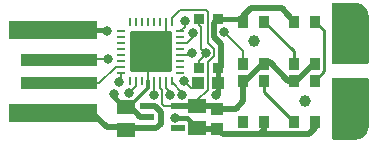
<source format=gbr>
G04 EAGLE Gerber RS-274X export*
G75*
%MOMM*%
%FSLAX34Y34*%
%LPD*%
%INTop Copper*%
%IPPOS*%
%AMOC8*
5,1,8,0,0,1.08239X$1,22.5*%
G01*
%ADD10R,7.500000X1.500000*%
%ADD11R,6.500000X1.000000*%
%ADD12C,1.000000*%
%ADD13R,1.500000X1.240000*%
%ADD14R,0.900000X0.900000*%
%ADD15C,0.350000*%
%ADD16R,0.800000X0.250000*%
%ADD17R,0.250000X0.800000*%
%ADD18R,1.000000X1.075000*%
%ADD19R,1.200000X0.550000*%
%ADD20R,1.075000X1.000000*%
%ADD21R,0.850000X1.000000*%
%ADD22C,0.508000*%
%ADD23C,0.177800*%
%ADD24C,0.406400*%
%ADD25C,0.806400*%
%ADD26C,0.304800*%
%ADD27C,0.254000*%

G36*
X253960Y-57784D02*
X253960Y-57784D01*
X253980Y-57782D01*
X254084Y-57778D01*
X255975Y-57592D01*
X256078Y-57568D01*
X256184Y-57554D01*
X256264Y-57526D01*
X256285Y-57521D01*
X256299Y-57514D01*
X256336Y-57501D01*
X259829Y-56055D01*
X259837Y-56050D01*
X259846Y-56047D01*
X259975Y-55971D01*
X260105Y-55897D01*
X260112Y-55891D01*
X260120Y-55886D01*
X260241Y-55779D01*
X262914Y-53106D01*
X262920Y-53099D01*
X262927Y-53093D01*
X263017Y-52974D01*
X263109Y-52855D01*
X263113Y-52846D01*
X263119Y-52839D01*
X263190Y-52694D01*
X264636Y-49201D01*
X264665Y-49099D01*
X264701Y-48999D01*
X264715Y-48915D01*
X264720Y-48894D01*
X264721Y-48879D01*
X264727Y-48840D01*
X264913Y-46949D01*
X264913Y-46930D01*
X264919Y-46825D01*
X264919Y-6985D01*
X264904Y-6867D01*
X264897Y-6748D01*
X264884Y-6710D01*
X264879Y-6669D01*
X264836Y-6559D01*
X264799Y-6446D01*
X264777Y-6411D01*
X264762Y-6374D01*
X264693Y-6278D01*
X264629Y-6177D01*
X264599Y-6149D01*
X264576Y-6116D01*
X264484Y-6041D01*
X264397Y-5959D01*
X264362Y-5939D01*
X264331Y-5914D01*
X264223Y-5863D01*
X264119Y-5805D01*
X264079Y-5795D01*
X264043Y-5778D01*
X263926Y-5756D01*
X263811Y-5726D01*
X263751Y-5722D01*
X263731Y-5718D01*
X263710Y-5720D01*
X263650Y-5716D01*
X234950Y-5716D01*
X234832Y-5731D01*
X234713Y-5738D01*
X234675Y-5751D01*
X234634Y-5756D01*
X234524Y-5799D01*
X234411Y-5836D01*
X234376Y-5858D01*
X234339Y-5873D01*
X234243Y-5943D01*
X234142Y-6006D01*
X234114Y-6036D01*
X234081Y-6059D01*
X234006Y-6151D01*
X233924Y-6238D01*
X233904Y-6273D01*
X233879Y-6304D01*
X233828Y-6412D01*
X233770Y-6516D01*
X233760Y-6556D01*
X233743Y-6592D01*
X233721Y-6709D01*
X233691Y-6824D01*
X233687Y-6885D01*
X233683Y-6905D01*
X233685Y-6925D01*
X233684Y-6928D01*
X233683Y-6934D01*
X233684Y-6939D01*
X233681Y-6985D01*
X233681Y-56515D01*
X233696Y-56633D01*
X233703Y-56752D01*
X233716Y-56790D01*
X233721Y-56831D01*
X233764Y-56941D01*
X233801Y-57054D01*
X233823Y-57089D01*
X233838Y-57126D01*
X233908Y-57222D01*
X233971Y-57323D01*
X234001Y-57351D01*
X234024Y-57384D01*
X234116Y-57460D01*
X234203Y-57541D01*
X234238Y-57561D01*
X234269Y-57586D01*
X234377Y-57637D01*
X234481Y-57695D01*
X234521Y-57705D01*
X234557Y-57722D01*
X234674Y-57744D01*
X234789Y-57774D01*
X234850Y-57778D01*
X234870Y-57782D01*
X234890Y-57780D01*
X234950Y-57784D01*
X253960Y-57784D01*
X253960Y-57784D01*
G37*
G36*
X263768Y6366D02*
X263768Y6366D01*
X263887Y6373D01*
X263925Y6386D01*
X263966Y6391D01*
X264076Y6434D01*
X264189Y6471D01*
X264224Y6493D01*
X264261Y6508D01*
X264357Y6578D01*
X264458Y6641D01*
X264486Y6671D01*
X264519Y6694D01*
X264595Y6786D01*
X264676Y6873D01*
X264696Y6908D01*
X264721Y6939D01*
X264772Y7047D01*
X264830Y7151D01*
X264840Y7191D01*
X264857Y7227D01*
X264879Y7344D01*
X264909Y7459D01*
X264913Y7520D01*
X264917Y7540D01*
X264915Y7560D01*
X264919Y7620D01*
X264919Y46824D01*
X264917Y46844D01*
X264913Y46949D01*
X264727Y48839D01*
X264703Y48943D01*
X264688Y49048D01*
X264661Y49128D01*
X264656Y49149D01*
X264649Y49163D01*
X264636Y49200D01*
X263189Y52694D01*
X263185Y52702D01*
X263182Y52711D01*
X263106Y52840D01*
X263032Y52970D01*
X263025Y52977D01*
X263021Y52985D01*
X262914Y53106D01*
X260241Y55779D01*
X260233Y55785D01*
X260227Y55792D01*
X260108Y55882D01*
X259989Y55974D01*
X259981Y55978D01*
X259973Y55984D01*
X259829Y56054D01*
X256335Y57501D01*
X256233Y57529D01*
X256133Y57566D01*
X256050Y57580D01*
X256029Y57585D01*
X256013Y57586D01*
X255974Y57592D01*
X254084Y57778D01*
X254064Y57778D01*
X253959Y57784D01*
X234950Y57784D01*
X234832Y57769D01*
X234713Y57762D01*
X234675Y57749D01*
X234634Y57744D01*
X234524Y57701D01*
X234411Y57664D01*
X234376Y57642D01*
X234339Y57627D01*
X234243Y57558D01*
X234142Y57494D01*
X234114Y57464D01*
X234081Y57441D01*
X234006Y57349D01*
X233924Y57262D01*
X233904Y57227D01*
X233879Y57196D01*
X233828Y57088D01*
X233770Y56984D01*
X233760Y56944D01*
X233743Y56908D01*
X233721Y56791D01*
X233691Y56676D01*
X233687Y56616D01*
X233683Y56596D01*
X233685Y56575D01*
X233681Y56515D01*
X233681Y7620D01*
X233696Y7502D01*
X233703Y7383D01*
X233716Y7345D01*
X233721Y7304D01*
X233764Y7194D01*
X233801Y7081D01*
X233823Y7046D01*
X233838Y7009D01*
X233908Y6913D01*
X233971Y6812D01*
X234001Y6784D01*
X234024Y6751D01*
X234116Y6676D01*
X234203Y6594D01*
X234238Y6574D01*
X234269Y6549D01*
X234377Y6498D01*
X234481Y6440D01*
X234521Y6430D01*
X234557Y6413D01*
X234674Y6391D01*
X234789Y6361D01*
X234850Y6357D01*
X234870Y6353D01*
X234890Y6355D01*
X234950Y6351D01*
X263650Y6351D01*
X263768Y6366D01*
G37*
D10*
X-2000Y-35000D03*
D11*
X3000Y-10000D03*
X3000Y10000D03*
D10*
X-2000Y35000D03*
D12*
X167640Y25400D03*
X210947Y-25400D03*
D13*
X120015Y-29235D03*
X120015Y-48235D03*
X59690Y-49505D03*
X59690Y-30505D03*
D14*
X121540Y43995D03*
X137540Y43995D03*
X137540Y2995D03*
X121540Y2995D03*
D15*
X96395Y32260D02*
X64895Y32260D01*
X96395Y32260D02*
X96395Y760D01*
X64895Y760D01*
X64895Y32260D01*
X64895Y4085D02*
X96395Y4085D01*
X96395Y7410D02*
X64895Y7410D01*
X64895Y10735D02*
X96395Y10735D01*
X96395Y14060D02*
X64895Y14060D01*
X64895Y17385D02*
X96395Y17385D01*
X96395Y20710D02*
X64895Y20710D01*
X64895Y24035D02*
X96395Y24035D01*
X96395Y27360D02*
X64895Y27360D01*
X64895Y30685D02*
X96395Y30685D01*
D16*
X105645Y-990D03*
X105645Y4010D03*
X105645Y9010D03*
X105645Y14010D03*
X105645Y19010D03*
X105645Y24010D03*
X105645Y29010D03*
X105645Y34010D03*
D17*
X98145Y41510D03*
X93145Y41510D03*
X88145Y41510D03*
X83145Y41510D03*
X78145Y41510D03*
X73145Y41510D03*
X68145Y41510D03*
X63145Y41510D03*
D16*
X55645Y34010D03*
X55645Y29010D03*
X55645Y24010D03*
X55645Y19010D03*
X55645Y14010D03*
X55645Y9010D03*
X55645Y4010D03*
X55645Y-990D03*
D17*
X63145Y-8490D03*
X68145Y-8490D03*
X73145Y-8490D03*
X78145Y-8490D03*
X83145Y-8490D03*
X88145Y-8490D03*
X93145Y-8490D03*
X98145Y-8490D03*
D18*
X136525Y-31505D03*
X136525Y-48505D03*
D19*
X77169Y-29235D03*
X77169Y-38735D03*
X77169Y-48235D03*
X103171Y-48235D03*
X103171Y-29235D03*
D20*
X120405Y-9525D03*
X137405Y-9525D03*
D21*
X158890Y6630D03*
X158890Y41630D03*
X176390Y6630D03*
X176390Y41630D03*
X202070Y6630D03*
X202070Y41630D03*
X219570Y6630D03*
X219570Y41630D03*
X219570Y-7900D03*
X219570Y-42900D03*
X202070Y-7900D03*
X202070Y-42900D03*
X176390Y-7900D03*
X176390Y-42900D03*
X158890Y-7900D03*
X158890Y-42900D03*
D22*
X77169Y-38735D02*
X71626Y-38735D01*
X63396Y-30505D01*
X59690Y-30505D01*
X120015Y-48235D02*
X120285Y-48505D01*
X136525Y-48505D01*
X141360Y-53340D01*
X172720Y-53340D01*
X176390Y-49670D01*
X176390Y-42900D01*
X219570Y-42900D02*
X219570Y-48400D01*
X214630Y-53340D02*
X172720Y-53340D01*
X214630Y-53340D02*
X219570Y-48400D01*
X158890Y41630D02*
X158890Y47130D01*
X165100Y53340D01*
X191630Y53340D01*
X202070Y41630D01*
X138988Y2995D02*
X137540Y2995D01*
X138988Y2995D02*
X139667Y3674D01*
X139667Y23411D02*
X134365Y28713D01*
X134365Y40820D02*
X137540Y43995D01*
X134365Y40820D02*
X134365Y28713D01*
X139667Y23411D02*
X139667Y3674D01*
D23*
X78145Y14010D02*
X78145Y-8490D01*
X78145Y14010D02*
X80645Y16510D01*
X93145Y29010D02*
X93145Y41510D01*
X93145Y29010D02*
X80645Y16510D01*
D24*
X42470Y35000D02*
X-2000Y35000D01*
D23*
X42470Y35000D02*
X43180Y34290D01*
D25*
X43180Y34290D03*
X49530Y-18796D03*
D24*
X58316Y-30505D02*
X59690Y-30505D01*
X58316Y-30505D02*
X49530Y-21719D01*
X49530Y-18796D01*
D23*
X73660Y16510D02*
X80645Y16510D01*
X73660Y16510D02*
X71120Y19050D01*
D25*
X71120Y19050D03*
D24*
X137405Y2860D02*
X137405Y-9525D01*
X137405Y2860D02*
X137540Y2995D01*
X158890Y41630D02*
X156525Y43995D01*
X137540Y43995D01*
X111413Y-39633D02*
X120015Y-48235D01*
X111413Y-39633D02*
X101337Y-39633D01*
D25*
X101337Y-39633D03*
D24*
X137405Y-17679D02*
X137405Y-9525D01*
X137405Y-17679D02*
X135431Y-19653D01*
D25*
X135431Y-19653D03*
D26*
X78145Y-14257D02*
X78145Y-8490D01*
X78145Y-14257D02*
X61897Y-30505D01*
X59690Y-30505D01*
D23*
X55645Y4010D02*
X51000Y4010D01*
X3160Y-10160D02*
X3000Y-10000D01*
X36830Y-10160D02*
X51000Y4010D01*
X36830Y-10160D02*
X3160Y-10160D01*
X55645Y-6585D02*
X55645Y-990D01*
X55645Y-6585D02*
X53340Y-8890D01*
D25*
X53340Y-8890D03*
X44450Y10160D03*
D23*
X3160Y10160D02*
X3000Y10000D01*
X3160Y10160D02*
X44450Y10160D01*
D22*
X31190Y-35000D02*
X-2000Y-35000D01*
X31190Y-35000D02*
X43180Y-46990D01*
X59715Y-46990D01*
X59690Y-47015D01*
X59690Y-49505D01*
X60960Y-48235D02*
X77169Y-48235D01*
X60960Y-48235D02*
X59690Y-49505D01*
X77169Y-29235D02*
X83820Y-29235D01*
X88900Y-34315D01*
X88900Y-44450D01*
X85115Y-48235D01*
X77169Y-48235D01*
D23*
X68145Y-12548D02*
X68145Y-8490D01*
X68145Y-12548D02*
X62230Y-18463D01*
D25*
X62230Y-18463D03*
D23*
X121540Y39550D02*
X123246Y37844D01*
X121540Y39550D02*
X121540Y43995D01*
X123246Y37844D02*
X123246Y19193D01*
X127056Y15383D01*
X121540Y8890D02*
X121540Y2995D01*
D25*
X127056Y15383D03*
D23*
X127056Y14406D01*
X121540Y8890D01*
D22*
X120015Y-29235D02*
X103171Y-29235D01*
X134255Y-29235D02*
X136525Y-31505D01*
X134255Y-29235D02*
X120015Y-29235D01*
X136525Y-31505D02*
X152645Y-31505D01*
X158890Y-25260D02*
X158890Y-7900D01*
X158890Y-25260D02*
X152645Y-31505D01*
X158890Y-7900D02*
X159955Y-7900D01*
X175755Y6630D02*
X176390Y6630D01*
X175755Y6630D02*
X159955Y-7900D01*
X176390Y6630D02*
X181330Y7900D01*
X197130Y-7900D02*
X202070Y-7900D01*
X197130Y-7900D02*
X181330Y7900D01*
X202070Y-7900D02*
X203080Y-7900D01*
X218880Y6630D02*
X219570Y6630D01*
X218880Y6630D02*
X203080Y-7900D01*
D23*
X90050Y-16110D02*
X88145Y-14205D01*
X88145Y-8490D01*
X90050Y-16110D02*
X90050Y-27742D01*
X91543Y-29235D02*
X103171Y-29235D01*
X91543Y-29235D02*
X90050Y-27742D01*
X120015Y-24155D02*
X128736Y-15434D01*
X120015Y-24155D02*
X120015Y-29235D01*
X128707Y50363D02*
X127000Y52070D01*
X105410Y52070D01*
X98145Y44805D02*
X98145Y41510D01*
X128910Y7625D02*
X128736Y-15434D01*
X128910Y7625D02*
X133985Y12700D01*
X133985Y19050D01*
X128707Y24328D01*
X128707Y50363D01*
X105410Y52070D02*
X98145Y44805D01*
X93145Y-8490D02*
X93145Y-13770D01*
X97155Y-17780D01*
X97155Y-19685D01*
D25*
X97155Y-19685D03*
D23*
X98145Y-9284D02*
X98145Y-8490D01*
X107221Y-18360D02*
X107221Y-19630D01*
X107221Y-18360D02*
X98145Y-9284D01*
D25*
X107221Y-19630D03*
D23*
X83145Y-20280D02*
X83145Y-8490D01*
X83145Y-20280D02*
X83185Y-20320D01*
D25*
X83185Y-20320D03*
X108585Y-8255D03*
D23*
X115960Y-13970D02*
X120405Y-9525D01*
X115960Y-13970D02*
X114300Y-13970D01*
X108585Y-8255D01*
D25*
X115742Y15538D03*
D23*
X114214Y14010D01*
X105645Y14010D01*
D25*
X248285Y-31115D03*
X248920Y-51435D03*
X247650Y51435D03*
X247650Y36195D03*
D23*
X109220Y37585D02*
X105645Y34010D01*
X109220Y37585D02*
X109220Y42545D01*
D25*
X109220Y42545D03*
D23*
X116079Y32385D02*
X116079Y29210D01*
X110879Y24010D01*
X105645Y24010D01*
D25*
X116079Y32385D03*
X142875Y33020D03*
D23*
X158890Y17005D01*
X158890Y6630D01*
D27*
X176390Y41630D02*
X202070Y17220D01*
X202070Y6630D01*
X227330Y35140D02*
X219570Y41630D01*
X227330Y-140D02*
X219570Y-7900D01*
X227330Y-140D02*
X227330Y35140D01*
X176390Y-17220D02*
X202070Y-42900D01*
X176390Y-17220D02*
X176390Y-7900D01*
M02*

</source>
